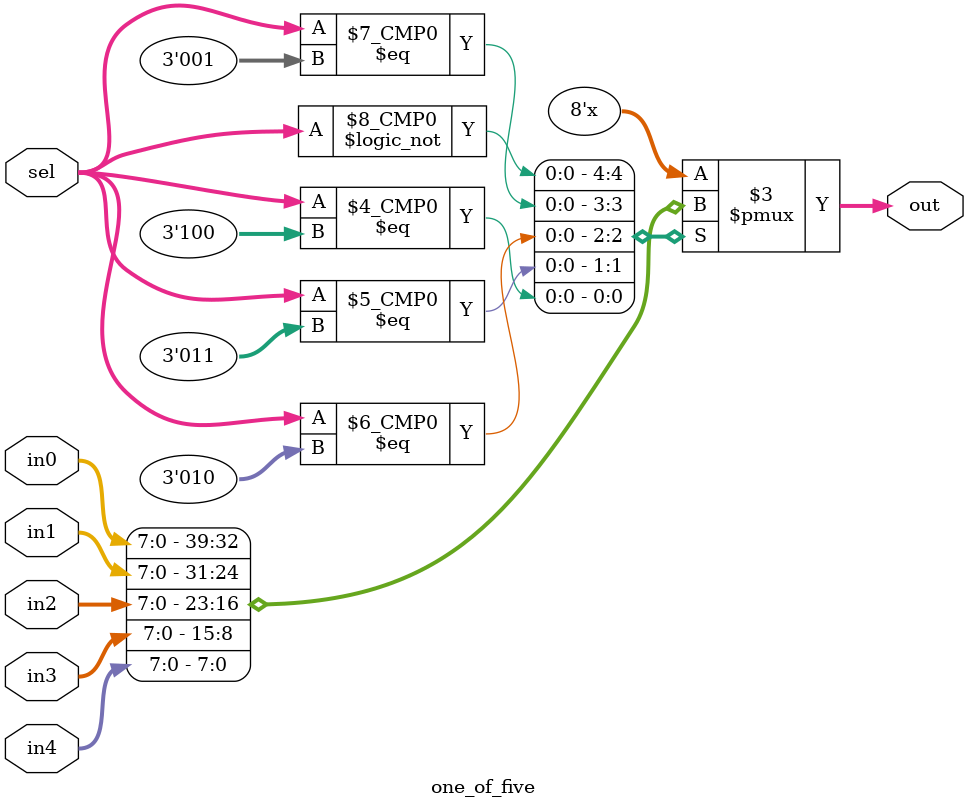
<source format=v>
/*
Copyright (c) 2015 Princeton University
All rights reserved.

Redistribution and use in source and binary forms, with or without
modification, are permitted provided that the following conditions are met:
    * Redistributions of source code must retain the above copyright
      notice, this list of conditions and the following disclaimer.
    * Redistributions in binary form must reproduce the above copyright
      notice, this list of conditions and the following disclaimer in the
      documentation and/or other materials provided with the distribution.
    * Neither the name of Princeton University nor the
      names of its contributors may be used to endorse or promote products
      derived from this software without specific prior written permission.

THIS SOFTWARE IS PROVIDED BY PRINCETON UNIVERSITY "AS IS" AND
ANY EXPRESS OR IMPLIED WARRANTIES, INCLUDING, BUT NOT LIMITED TO, THE IMPLIED
WARRANTIES OF MERCHANTABILITY AND FITNESS FOR A PARTICULAR PURPOSE ARE
DISCLAIMED. IN NO EVENT SHALL PRINCETON UNIVERSITY BE LIABLE FOR ANY
DIRECT, INDIRECT, INCIDENTAL, SPECIAL, EXEMPLARY, OR CONSEQUENTIAL DAMAGES
(INCLUDING, BUT NOT LIMITED TO, PROCUREMENT OF SUBSTITUTE GOODS OR SERVICES;
LOSS OF USE, DATA, OR PROFITS; OR BUSINESS INTERRUPTION) HOWEVER CAUSED AND
ON ANY THEORY OF LIABILITY, WHETHER IN CONTRACT, STRICT LIABILITY, OR TORT
(INCLUDING NEGLIGENCE OR OTHERWISE) ARISING IN ANY WAY OUT OF THE USE OF THIS
SOFTWARE, EVEN IF ADVISED OF THE POSSIBILITY OF SUCH DAMAGE.
*/

module one_of_five(in0,in1,in2,in3,in4,sel,out);
    parameter WIDTH = 8;
    parameter BHC = 10;
    input [2:0] sel;
    input [WIDTH-1:0] in0,in1,in2,in3,in4;
    output reg [WIDTH-1:0] out;
    always@(*)
    begin
        out={WIDTH{1'bx}};
        case(sel)
            3'd0:out=in0;
            3'd1:out=in1;
            3'd2:out=in2;
            3'd3:out=in3;
            3'd4:out=in4;
            default:; // indicates null
        endcase
    end
endmodule



</source>
